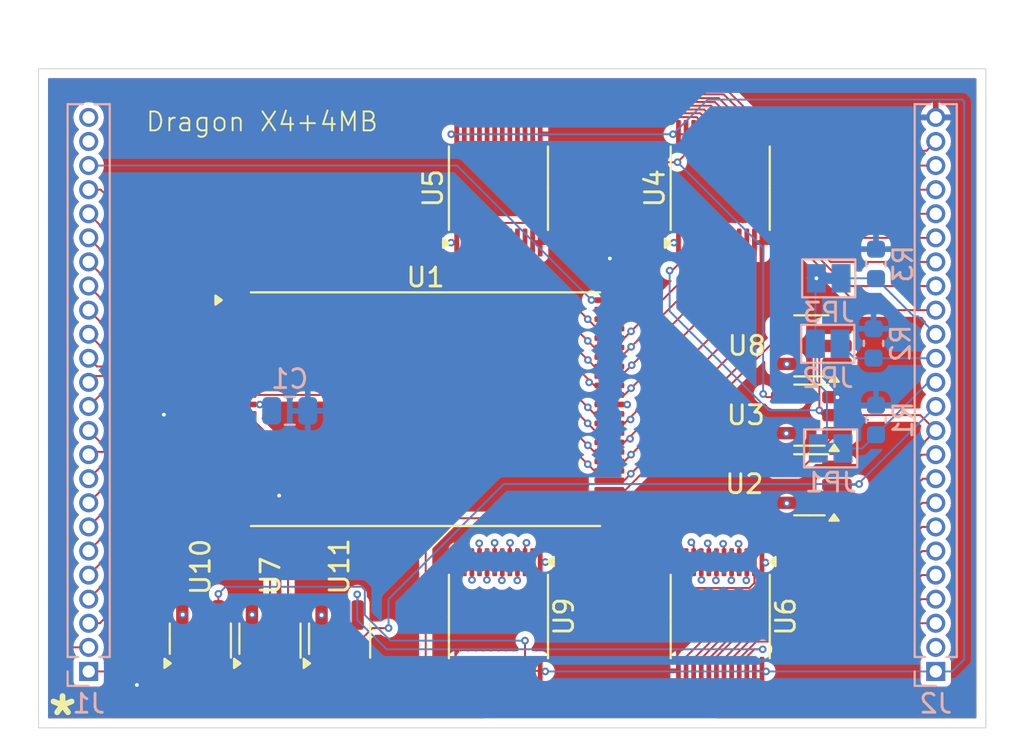
<source format=kicad_pcb>
(kicad_pcb (version 20240108) (generator "pcbnew") (generator_version "8.0")
  (layers (0 "F.Cu" signal) (1 "In1.Cu" signal) (2 "In2.Cu" signal) (31 "B.Cu" signal) (34 "B.Paste" user) (35 "F.Paste" user) (36 "B.SilkS" user "B.Silkscreen") (37 "F.SilkS" user "F.Silkscreen") (38 "B.Mask" user) (39 "F.Mask" user) (44 "Edge.Cuts" user))
  (net 0 "")
  (net 1 "+3V3")
  (net 2 "/SZ0")
  (net 3 "/SZ1")
  (net 4 "/SZ2")
  (net 5 "/Z11")
  (net 6 "/Z16")
  (net 7 "/DQ7")
  (net 8 "/DQ5")
  (net 9 "/Z9")
  (net 10 "/Z5")
  (net 11 "/Z7")
  (net 12 "/Z18")
  (net 13 "GND")
  (net 15 "/DQ12")
  (net 16 "/Z21")
  (net 17 "/DQ6")
  (net 18 "/Z6")
  (net 19 "/Z2")
  (net 20 "/DQ13")
  (net 21 "/W{slash}~{R}")
  (net 22 "/R{slash}~{W}")
  (net 23 "/Z3")
  (net 24 "/DQ3")
  (net 25 "/DQ14")
  (net 26 "/Z4")
  (net 27 "/DQ4")
  (net 28 "/Z12")
  (net 29 "/Z0")
  (net 30 "/Z8")
  (net 31 "/DQ8")
  (net 32 "/Z19")
  (net 33 "/DQ11")
  (net 34 "/Z13")
  (net 35 "/Z10")
  (net 36 "/Z17")
  (net 37 "/DQ1")
  (net 38 "/Z1")
  (net 39 "/DQ15")
  (net 40 "/DQ9")
  (net 41 "/Z15")
  (net 42 "/DQ2")
  (net 43 "/~{Z0}")
  (net 44 "/Z14")
  (net 45 "/DQ0")
  (net 46 "/Z20")
  (net 47 "/DQ10")
  (net 49 "/~{Dout}")
  (net 50 "/Dout")
  (net 51 "/~{Gout}")
  (net 52 "/D6")
  (net 53 "/D0")
  (net 54 "+5V")
  (net 55 "/D4")
  (net 56 "/D2")
  (net 57 "/D5")
  (net 58 "/D1")
  (net 59 "/D3")
  (net 60 "/D7")
  (net 61 "/~{OElow}")
  (net 64 "/~{OEhigh}")
  (net 65 "/Z23")
  (net 66 "/Z22")
  (net 67 "/DO3")
  (net 68 "/DO1")
  (net 69 "/DO6")
  (net 70 "/DO0")
  (net 71 "/DO2")
  (net 72 "/DO4")
  (net 73 "/DO7")
  (net 74 "/DO5")
  (footprint "Package_SO:TSSOP-24_4.4x5mm_P0.4mm" (layer "F.Cu") (at 150.5188 100.6094 -90)
    (property "Reference" "U9")
    (property "Value" "SN74LVC8T245")
  )
  (footprint "Package_TO_SOT_SMD:SOT-23-5_HandSoldering" (layer "F.Cu") (at 134.813 101.8756 90)
    (property "Reference" "U10")
    (property "Value" "74AHCT1G00")
  )
  (footprint "Package_TO_SOT_SMD:SOT-23-5_HandSoldering" (layer "F.Cu") (at 138.4808 101.8794 90)
    (property "Reference" "U7")
    (property "Value" "74AHC1G14")
  )
  (footprint "Package_TO_SOT_SMD:SOT-23-5_HandSoldering" (layer "F.Cu") (at 167.0012 93.664 180)
    (property "Reference" "U2")
    (property "Value" "74AHC1G14")
  )
  (footprint "Package_TO_SOT_SMD:SOT-23-5_HandSoldering" (layer "F.Cu") (at 167.005 89.9922 180)
    (property "Reference" "U3")
    (property "Value" "74AHCT1G00")
  )
  (footprint "Package_TO_SOT_SMD:SOT-23-5_HandSoldering" (layer "F.Cu") (at 142.1501 101.8794 90)
    (property "Reference" "U11")
    (property "Value" "74AHCT1G00")
  )
  (footprint "Package_SO:TSOP-I-48_18.4x12mm_P0.5mm" (layer "F.Cu") (at 146.6749 89.6778)
    (property "Reference" "U1")
    (property "Value" "RMLV3216A")
  )
  (footprint "Package_TO_SOT_SMD:SOT-23-5_HandSoldering" (layer "F.Cu") (at 167.005 86.3396 180)
    (property "Reference" "U8")
    (property "Value" "74AHC1G14")
  )
  (footprint "Package_SO:TSSOP-24_4.4x5mm_P0.4mm" (layer "F.Cu") (at 150.5188 78.0288 90)
    (property "Reference" "U5")
    (property "Value" "SN74LVC8T245")
  )
  (footprint "Package_SO:TSSOP-24_4.4x5mm_P0.4mm" (layer "F.Cu") (at 162.2028 100.6094 -90)
    (property "Reference" "U6")
    (property "Value" "SN74LVC8T245")
  )
  (footprint "Package_SO:TSSOP-24_4.4x5mm_P0.4mm" (layer "F.Cu") (at 162.2028 78.0288 90)
    (property "Reference" "U4")
    (property "Value" "SN74LVC8T245")
  )
  (footprint "Connector_PinHeader_1.27mm:PinHeader_1x24_P1.27mm_Vertical" (layer "B.Cu") (at 128.9304 103.505)
    (property "Reference" "J1")
    (property "Value" "Conn_01x24")
  )
  (footprint "Jumper:SolderJumper-2_P1.3mm_Open_Pad1.0x1.5mm" (layer "B.Cu") (at 167.8686 86.233)
    (property "Reference" "JP2")
    (property "Value" "SZ1")
  )
  (footprint "Capacitor_SMD:C_0603_1608Metric" (layer "B.Cu") (at 170.2816 86.2076 90)
    (property "Reference" "R2")
    (property "Value" "4K7")
  )
  (footprint "Capacitor_SMD:C_0805_2012Metric" (layer "B.Cu") (at 139.5222 89.7636 180)
    (property "Reference" "C1")
    (property "Value" "100uF")
  )
  (footprint "Jumper:SolderJumper-2_P1.3mm_Bridged_Pad1.0x1.5mm" (layer "B.Cu") (at 167.9194 82.7786)
    (property "Reference" "JP3")
    (property "Value" "SZ2")
  )
  (footprint "Connector_PinHeader_1.27mm:PinHeader_1x24_P1.27mm_Vertical" (layer "B.Cu") (at 173.5582 103.505)
    (property "Reference" "J2")
    (property "Value" "Conn_01x24")
  )
  (footprint "Capacitor_SMD:C_0603_1608Metric" (layer "B.Cu") (at 170.4086 82.0166 90)
    (property "Reference" "R3")
    (property "Value" "4K7")
  )
  (footprint "Jumper:SolderJumper-2_P1.3mm_Bridged_Pad1.0x1.5mm" (layer "B.Cu") (at 168.021 91.7448)
    (property "Reference" "JP1")
    (property "Value" "SZ0")
  )
  (footprint "Capacitor_SMD:C_0603_1608Metric" (layer "B.Cu") (at 170.4086 90.2462 90)
    (property "Reference" "R1")
    (property "Value" "4K7")
  )
  (gr_rect (start 126.2888 71.7296) (end 176.1998 106.4768) (stroke (width 0.05)) (fill none) (layer "Edge.Cuts"))
  (gr_text "*" (at 126.5936 107.061 0) (layer "F.SilkS") (effects (font (size 2 2) (thickness 0.3)) (justify left bottom)))
  (gr_text "Dragon X4+4MB" (at 131.8768 75.1078 0) (layer "F.SilkS") (effects (font (size 1 1) (thickness 0.1)) (justify left bottom)))
  (segment (start 137.9474 89.4334) (end 136.993 89.4334) (width 0.1) (layer "F.Cu") (net 1))
  (segment (start 136.993 89.4334) (end 136.9874 89.4278) (width 0.1) (layer "F.Cu") (net 1))
  (via (at 164.592 97.7646) (size 0.4) (drill 0.2) (layers "F.Cu" "B.Cu") (net 1))
  (via (at 137.9474 89.4334) (size 0.4) (drill 0.2) (layers "F.Cu" "B.Cu") (net 1))
  (via (at 141.1986 100.5332) (size 0.4) (drill 0.2) (layers "F.Cu" "B.Cu") (net 1))
  (via (at 165.7096 87.2998) (size 0.4) (drill 0.2) (layers "F.Cu" "B.Cu") (net 1))
  (via (at 157.3022 89.4334) (size 0.4) (drill 0.2) (layers "F.Cu" "B.Cu") (net 1))
  (via (at 165.6842 90.9574) (size 0.4) (drill 0.2) (layers "F.Cu" "B.Cu") (net 1))
  (via (at 133.8834 100.5078) (size 0.4) (drill 0.2) (layers "F.Cu" "B.Cu") (net 1))
  (via (at 165.7096 94.6404) (size 0.4) (drill 0.2) (layers "F.Cu" "B.Cu") (net 1))
  (via (at 167.2694 82.7786) (size 0.4) (drill 0.2) (layers "F.Cu" "B.Cu") (net 1))
  (via (at 159.766 80.899) (size 0.4) (drill 0.2) (layers "F.Cu" "B.Cu") (net 1))
  (via (at 152.9842 97.7392) (size 0.4) (drill 0.2) (layers "F.Cu" "B.Cu") (net 1))
  (via (at 148.0312 80.899) (size 0.4) (drill 0.2) (layers "F.Cu" "B.Cu") (net 1))
  (via (at 137.541 100.5078) (size 0.4) (drill 0.2) (layers "F.Cu" "B.Cu") (net 1))
  (segment (start 137.9474 89.4334) (end 138.242 89.4334) (width 0.1) (layer "B.Cu") (net 1))
  (segment (start 167.2694 82.9968) (end 167.2186 83.0476) (width 0.1) (layer "B.Cu") (net 1))
  (segment (start 167.2694 82.7786) (end 167.2694 82.9968) (width 0.1) (layer "B.Cu") (net 1))
  (segment (start 167.2186 88.1992) (end 167.825 88.8056) (width 0.1) (layer "B.Cu") (net 1))
  (segment (start 167.2186 83.0476) (end 167.2186 88.1992) (width 0.1) (layer "B.Cu") (net 1))
  (segment (start 167.825 88.8056) (end 167.825 91.2908) (width 0.1) (layer "B.Cu") (net 1))
  (segment (start 167.825 91.2908) (end 167.371 91.7448) (width 0.1) (layer "B.Cu") (net 1))
  (segment (start 138.242 89.4334) (end 138.5722 89.7636) (width 0.1) (layer "B.Cu") (net 1))
  (segment (start 173.1648 88.265) (end 173.5582 88.265) (width 0.1) (layer "B.Cu") (net 2))
  (segment (start 169.685 91.7448) (end 173.1648 88.265) (width 0.1) (layer "B.Cu") (net 2))
  (segment (start 168.671 91.7448) (end 169.685 91.7448) (width 0.1) (layer "B.Cu") (net 2))
  (segment (start 169.2806 86.995) (end 173.5582 86.995) (width 0.1) (layer "B.Cu") (net 3))
  (segment (start 168.5186 86.233) (end 169.2806 86.995) (width 0.1) (layer "B.Cu") (net 3))
  (segment (start 172.6184 84.7852) (end 173.5582 85.725) (width 0.1) (layer "B.Cu") (net 4))
  (segment (start 168.5694 82.7786) (end 170.3956 82.7786) (width 0.1) (layer "B.Cu") (net 4))
  (segment (start 170.3956 82.7786) (end 172.4022 84.7852) (width 0.1) (layer "B.Cu") (net 4))
  (segment (start 172.4022 84.7852) (end 172.6184 84.7852) (width 0.1) (layer "B.Cu") (net 4))
  (segment (start 130.0376 88.4278) (end 136.9874 88.4278) (width 0.1) (layer "F.Cu") (net 5))
  (segment (start 128.9304 89.535) (end 130.0376 88.4278) (width 0.1) (layer "F.Cu") (net 5))
  (segment (start 128.9304 83.185) (end 131.6732 85.9278) (width 0.1) (layer "F.Cu") (net 6))
  (segment (start 131.6732 85.9278) (end 136.9874 85.9278) (width 0.1) (layer "F.Cu") (net 6))
  (segment (start 163.6028 98.6776) (end 163.576 98.7044) (width 0.1) (layer "F.Cu") (net 7))
  (segment (start 160.8028 82.274899) (end 157.149899 85.9278) (width 0.1) (layer "F.Cu") (net 7))
  (segment (start 160.8028 80.8913) (end 160.8028 82.274899) (width 0.1) (layer "F.Cu") (net 7))
  (segment (start 163.6028 97.7469) (end 163.6028 98.6776) (width 0.1) (layer "F.Cu") (net 7))
  (segment (start 157.149899 85.9278) (end 156.3624 85.9278) (width 0.1) (layer "F.Cu") (net 7))
  (via (at 157.50525 85.57245) (size 0.4) (drill 0.2) (layers "F.Cu" "B.Cu") (net 7))
  (via (at 163.576 98.7044) (size 0.4) (drill 0.2) (layers "F.Cu" "B.Cu") (net 7))
  (segment (start 156.970178 87.9278) (end 156.3624 87.9278) (width 0.1) (layer "F.Cu") (net 8))
  (segment (start 162.8028 97.7469) (end 162.8028 98.6902) (width 0.1) (layer "F.Cu") (net 8))
  (segment (start 161.6028 80.8913) (end 161.6028 83.295178) (width 0.1) (layer "F.Cu") (net 8))
  (segment (start 162.8028 98.6902) (end 162.7886 98.7044) (width 0.1) (layer "F.Cu") (net 8))
  (segment (start 161.6028 83.295178) (end 156.970178 87.9278) (width 0.1) (layer "F.Cu") (net 8))
  (via (at 162.7886 98.7044) (size 0.4) (drill 0.2) (layers "F.Cu" "B.Cu") (net 8))
  (via (at 157.539089 87.358889) (size 0.4) (drill 0.2) (layers "F.Cu" "B.Cu") (net 8))
  (segment (start 128.9304 92.075) (end 129.0776 91.9278) (width 0.1) (layer "F.Cu") (net 9))
  (segment (start 129.0776 91.9278) (end 136.9874 91.9278) (width 0.1) (layer "F.Cu") (net 9))
  (segment (start 132.1576 93.9278) (end 136.9874 93.9278) (width 0.1) (layer "F.Cu") (net 10))
  (segment (start 128.9304 97.155) (end 132.1576 93.9278) (width 0.1) (layer "F.Cu") (net 10))
  (segment (start 130.6176 92.9278) (end 136.9874 92.9278) (width 0.1) (layer "F.Cu") (net 11))
  (segment (start 128.9304 94.615) (end 130.6176 92.9278) (width 0.1) (layer "F.Cu") (net 11))
  (segment (start 133.2132 84.9278) (end 136.9874 84.9278) (width 0.1) (layer "F.Cu") (net 12))
  (segment (start 128.9304 80.645) (end 133.2132 84.9278) (width 0.1) (layer "F.Cu") (net 12))
  (via (at 132.8928 89.9668) (size 0.4) (drill 0.2) (layers "F.Cu" "B.Cu") (net 13))
  (via (at 168.3766 89.0524) (size 0.4) (drill 0.2) (layers "F.Cu" "B.Cu") (net 13))
  (via (at 131.4704 104.2162) (size 0.4) (drill 0.2) (layers "F.Cu" "B.Cu") (net 13))
  (via (at 156.3878 81.7372) (size 0.4) (drill 0.2) (layers "F.Cu" "B.Cu") (net 13))
  (via (at 138.9634 94.234) (size 0.4) (drill 0.2) (layers "F.Cu" "B.Cu") (net 13))
  (segment (start 150.7188 80.8913) (end 150.7188 83.571699) (width 0.1) (layer "F.Cu") (net 15))
  (segment (start 155.574901 88.4278) (end 156.3624 88.4278) (width 0.1) (layer "F.Cu") (net 15))
  (segment (start 150.7188 83.571699) (end 155.574901 88.4278) (width 0.1) (layer "F.Cu") (net 15))
  (segment (start 150.3188 96.7248) (end 150.3172 96.7232) (width 0.1) (layer "F.Cu") (net 15))
  (segment (start 150.3188 97.7469) (end 150.3188 96.7248) (width 0.1) (layer "F.Cu") (net 15))
  (via (at 150.3172 96.7232) (size 0.4) (drill 0.2) (layers "F.Cu" "B.Cu") (net 15))
  (via (at 155.2956 88.265) (size 0.4) (drill 0.2) (layers "F.Cu" "B.Cu") (net 15))
  (segment (start 156.3562 83.9216) (end 156.3624 83.9278) (width 0.1) (layer "F.Cu") (net 16))
  (segment (start 155.4226 83.9216) (end 156.3562 83.9216) (width 0.1) (layer "F.Cu") (net 16))
  (via (at 155.4226 83.9216) (size 0.4) (drill 0.2) (layers "F.Cu" "B.Cu") (net 16))
  (segment (start 148.336 76.835) (end 155.4226 83.9216) (width 0.1) (layer "B.Cu") (net 16))
  (segment (start 128.9304 76.835) (end 148.336 76.835) (width 0.1) (layer "B.Cu") (net 16))
  (segment (start 163.1696 96.774) (end 163.2028 96.8072) (width 0.1) (layer "F.Cu") (net 17))
  (segment (start 163.2028 96.8072) (end 163.2028 97.7469) (width 0.1) (layer "F.Cu") (net 17))
  (segment (start 156.970178 86.9278) (end 156.3624 86.9278) (width 0.1) (layer "F.Cu") (net 17))
  (segment (start 161.2028 82.695178) (end 156.970178 86.9278) (width 0.1) (layer "F.Cu") (net 17))
  (segment (start 161.2028 80.8913) (end 161.2028 82.695178) (width 0.1) (layer "F.Cu") (net 17))
  (via (at 157.508989 86.388989) (size 0.4) (drill 0.2) (layers "F.Cu" "B.Cu") (net 17))
  (via (at 163.1696 96.774) (size 0.4) (drill 0.2) (layers "F.Cu" "B.Cu") (net 17))
  (segment (start 128.9304 95.885) (end 131.3876 93.4278) (width 0.1) (layer "F.Cu") (net 18))
  (segment (start 131.3876 93.4278) (end 136.9874 93.4278) (width 0.1) (layer "F.Cu") (net 18))
  (segment (start 129.5146 100.965) (end 135.0518 95.4278) (width 0.1) (layer "F.Cu") (net 19))
  (segment (start 135.0518 95.4278) (end 136.9874 95.4278) (width 0.1) (layer "F.Cu") (net 19))
  (segment (start 128.9304 100.965) (end 129.5146 100.965) (width 0.1) (layer "F.Cu") (net 19))
  (segment (start 151.1188 80.8913) (end 151.1188 82.971699) (width 0.1) (layer "F.Cu") (net 20))
  (segment (start 151.1188 82.971699) (end 155.574901 87.4278) (width 0.1) (layer "F.Cu") (net 20))
  (segment (start 149.9188 98.671) (end 149.9108 98.679) (width 0.1) (layer "F.Cu") (net 20))
  (segment (start 149.9188 97.7469) (end 149.9188 98.671) (width 0.1) (layer "F.Cu") (net 20))
  (segment (start 155.574901 87.4278) (end 156.3624 87.4278) (width 0.1) (layer "F.Cu") (net 20))
  (via (at 155.231551 87.084449) (size 0.4) (drill 0.2) (layers "F.Cu" "B.Cu") (net 20))
  (via (at 149.9108 98.679) (size 0.4) (drill 0.2) (layers "F.Cu" "B.Cu") (net 20))
  (segment (start 157.215586 93.9278) (end 165.655 85.488386) (width 0.1) (layer "F.Cu") (net 21))
  (segment (start 165.655 85.488386) (end 165.655 85.3896) (width 0.1) (layer "F.Cu") (net 21))
  (segment (start 156.3624 93.9278) (end 157.215586 93.9278) (width 0.1) (layer "F.Cu") (net 21))
  (segment (start 160.106599 79.8576) (end 149.112746 79.8576) (width 0.1) (layer "F.Cu") (net 22))
  (segment (start 167.425 86.489601) (end 167.425 89.7382) (width 0.1) (layer "F.Cu") (net 22))
  (segment (start 160.4028 80.153801) (end 160.106599 79.8576) (width 0.1) (layer "F.Cu") (net 22))
  (segment (start 148.7188 81.628799) (end 141.419799 88.9278) (width 0.1) (layer "F.Cu") (net 22))
  (segment (start 148.7188 80.8913) (end 148.7188 81.628799) (width 0.1) (layer "F.Cu") (net 22))
  (segment (start 141.419799 88.9278) (end 136.9874 88.9278) (width 0.1) (layer "F.Cu") (net 22))
  (segment (start 159.659399 82.3722) (end 159.5374 82.3722) (width 0.1) (layer "F.Cu") (net 22))
  (segment (start 172.7454 89.9922) (end 173.5582 90.805) (width 0.1) (layer "F.Cu") (net 22))
  (segment (start 148.7188 80.251546) (end 148.7188 80.8913) (width 0.1) (layer "F.Cu") (net 22))
  (segment (start 160.4028 81.628799) (end 159.659399 82.3722) (width 0.1) (layer "F.Cu") (net 22))
  (segment (start 164.0028 98.843286) (end 163.741686 99.1044) (width 0.1) (layer "F.Cu") (net 22))
  (segment (start 163.741686 99.1044) (end 152.8762 99.1044) (width 0.1) (layer "F.Cu") (net 22))
  (segment (start 164.0028 97.7469) (end 164.0028 96.8552) (width 0.1) (layer "F.Cu") (net 22))
  (segment (start 167.425 89.7382) (end 167.425 89.8026) (width 0.1) (layer "F.Cu") (net 22))
  (segment (start 164.0028 97.7469) (end 164.0028 98.843286) (width 0.1) (layer "F.Cu") (net 22))
  (segment (start 167.575001 86.3396) (end 167.425 86.489601) (width 0.1) (layer "F.Cu") (net 22))
  (segment (start 167.425 89.8026) (end 167.6146 89.9922) (width 0.1) (layer "F.Cu") (net 22))
  (segment (start 160.4028 80.8913) (end 160.4028 80.153801) (width 0.1) (layer "F.Cu") (net 22))
  (segment (start 167.7924 96.5708) (end 173.5582 90.805) (width 0.1) (layer "F.Cu") (net 22))
  (segment (start 168.355 86.3396) (end 167.575001 86.3396) (width 0.1) (layer "F.Cu") (net 22))
  (segment (start 167.6146 89.9922) (end 168.355 89.9922) (width 0.1) (layer "F.Cu") (net 22))
  (segment (start 164.2872 96.5708) (end 167.7924 96.5708) (width 0.1) (layer "F.Cu") (net 22))
  (segment (start 149.112746 79.8576) (end 148.7188 80.251546) (width 0.1) (layer "F.Cu") (net 22))
  (segment (start 164.0028 96.8552) (end 164.2872 96.5708) (width 0.1) (layer "F.Cu") (net 22))
  (segment (start 152.3188 98.547) (end 152.3188 97.7469) (width 0.1) (layer "F.Cu") (net 22))
  (segment (start 168.355 89.9922) (end 172.7454 89.9922) (width 0.1) (layer "F.Cu") (net 22))
  (segment (start 152.8762 99.1044) (end 152.3188 98.547) (width 0.1) (layer "F.Cu") (net 22))
  (segment (start 160.4028 80.8913) (end 160.4028 81.628799) (width 0.1) (layer "F.Cu") (net 22))
  (via (at 167.425 89.7382) (size 0.4) (drill 0.2) (layers "F.Cu" "B.Cu") (net 22))
  (via (at 159.5374 82.3722) (size 0.4) (drill 0.2) (layers "F.Cu" "B.Cu") (net 22))
  (segment (start 159.5374 82.3722) (end 159.5374 84.512686) (width 0.1) (layer "B.Cu") (net 22))
  (segment (start 159.5374 84.512686) (end 164.762914 89.7382) (width 0.1) (layer "B.Cu") (net 22))
  (segment (start 164.762914 89.7382) (end 167.425 89.7382) (width 0.1) (layer "B.Cu") (net 22))
  (segment (start 133.6976 94.9278) (end 136.9874 94.9278) (width 0.1) (layer "F.Cu") (net 23))
  (segment (start 128.9304 99.695) (end 133.6976 94.9278) (width 0.1) (layer "F.Cu") (net 23))
  (segment (start 162.0028 98.6774) (end 161.9758 98.7044) (width 0.1) (layer "F.Cu") (net 24))
  (segment (start 162.4028 85.174899) (end 157.149899 90.4278) (width 0.1) (layer "F.Cu") (net 24))
  (segment (start 162.4028 80.8913) (end 162.4028 85.174899) (width 0.1) (layer "F.Cu") (net 24))
  (segment (start 162.0028 97.7469) (end 162.0028 98.6774) (width 0.1) (layer "F.Cu") (net 24))
  (segment (start 157.149899 90.4278) (end 156.3624 90.4278) (width 0.1) (layer "F.Cu") (net 24))
  (via (at 161.9758 98.7044) (size 0.4) (drill 0.2) (layers "F.Cu" "B.Cu") (net 24))
  (via (at 157.48 90.2208) (size 0.4) (drill 0.2) (layers "F.Cu" "B.Cu") (net 24))
  (segment (start 149.5044 96.7486) (end 149.5188 96.763) (width 0.1) (layer "F.Cu") (net 25))
  (segment (start 149.5188 96.763) (end 149.5188 97.7469) (width 0.1) (layer "F.Cu") (net 25))
  (segment (start 155.574901 86.4278) (end 156.3624 86.4278) (width 0.1) (layer "F.Cu") (net 25))
  (segment (start 151.5188 80.8913) (end 151.5188 82.371699) (width 0.1) (layer "F.Cu") (net 25))
  (segment (start 151.5188 82.371699) (end 155.574901 86.4278) (width 0.1) (layer "F.Cu") (net 25))
  (via (at 155.22355 86.07645) (size 0.4) (drill 0.2) (layers "F.Cu" "B.Cu") (net 25))
  (via (at 149.5044 96.7486) (size 0.4) (drill 0.2) (layers "F.Cu" "B.Cu") (net 25))
  (segment (start 128.9304 98.425) (end 132.9276 94.4278) (width 0.1) (layer "F.Cu") (net 26))
  (segment (start 132.9276 94.4278) (end 136.9874 94.4278) (width 0.1) (layer "F.Cu") (net 26))
  (segment (start 162.0028 84.074899) (end 157.149899 88.9278) (width 0.1) (layer "F.Cu") (net 27))
  (segment (start 162.3568 96.774) (end 162.4028 96.82) (width 0.1) (layer "F.Cu") (net 27))
  (segment (start 162.4028 96.82) (end 162.4028 97.7469) (width 0.1) (layer "F.Cu") (net 27))
  (segment (start 157.149899 88.9278) (end 156.3624 88.9278) (width 0.1) (layer "F.Cu") (net 27))
  (segment (start 162.0028 80.8913) (end 162.0028 84.074899) (width 0.1) (layer "F.Cu") (net 27))
  (via (at 162.3568 96.774) (size 0.4) (drill 0.2) (layers "F.Cu" "B.Cu") (net 27))
  (via (at 157.50665 88.57105) (size 0.4) (drill 0.2) (layers "F.Cu" "B.Cu") (net 27))
  (segment (start 129.2676 87.9278) (end 136.9874 87.9278) (width 0.1) (layer "F.Cu") (net 28))
  (segment (start 128.9304 88.265) (end 129.2676 87.9278) (width 0.1) (layer "F.Cu") (net 28))
  (segment (start 137.774899 90.9278) (end 136.9874 90.9278) (width 0.1) (layer "F.Cu") (net 29))
  (segment (start 133.863 103.2256) (end 133.863 104.1196) (width 0.1) (layer "F.Cu") (net 29))
  (segment (start 138.049 104.5718) (end 138.4808 104.14) (width 0.1) (layer "F.Cu") (net 29))
  (segment (start 138.4808 103.2294) (end 138.4808 91.633701) (width 0.1) (layer "F.Cu") (net 29))
  (segment (start 133.863 104.1196) (end 134.3152 104.5718) (width 0.1) (layer "F.Cu") (net 29))
  (segment (start 133.5836 103.505) (end 133.863 103.2256) (width 0.1) (layer "F.Cu") (net 29))
  (segment (start 134.3152 104.5718) (end 138.049 104.5718) (width 0.1) (layer "F.Cu") (net 29))
  (segment (start 138.4808 91.633701) (end 137.774899 90.9278) (width 0.1) (layer "F.Cu") (net 29))
  (segment (start 128.9304 103.505) (end 133.5836 103.505) (width 0.1) (layer "F.Cu") (net 29))
  (segment (start 138.4808 104.14) (end 138.4808 103.2294) (width 0.1) (layer "F.Cu") (net 29))
  (segment (start 129.8476 92.4278) (end 136.9874 92.4278) (width 0.1) (layer "F.Cu") (net 30))
  (segment (start 128.9304 93.345) (end 129.8476 92.4278) (width 0.1) (layer "F.Cu") (net 30))
  (segment (start 155.574901 92.9278) (end 156.3624 92.9278) (width 0.1) (layer "F.Cu") (net 31))
  (segment (start 151.9188 96.798) (end 151.9936 96.7232) (width 0.1) (layer "F.Cu") (net 31))
  (segment (start 149.1188 80.8913) (end 149.1188 86.471699) (width 0.1) (layer "F.Cu") (net 31))
  (segment (start 149.1188 86.471699) (end 155.574901 92.9278) (width 0.1) (layer "F.Cu") (net 31))
  (segment (start 151.9188 97.7469) (end 151.9188 96.798) (width 0.1) (layer "F.Cu") (net 31))
  (via (at 151.9936 96.7232) (size 0.4) (drill 0.2) (layers "F.Cu" "B.Cu") (net 31))
  (via (at 155.224751 92.577649) (size 0.4) (drill 0.2) (layers "F.Cu" "B.Cu") (net 31))
  (segment (start 128.9304 79.375) (end 133.9832 84.4278) (width 0.1) (layer "F.Cu") (net 32))
  (segment (start 133.9832 84.4278) (end 136.9874 84.4278) (width 0.1) (layer "F.Cu") (net 32))
  (segment (start 150.3188 80.8913) (end 150.3188 84.671699) (width 0.1) (layer "F.Cu") (net 33))
  (segment (start 155.574901 89.9278) (end 156.3624 89.9278) (width 0.1) (layer "F.Cu") (net 33))
  (segment (start 150.7188 97.7469) (end 150.7188 98.6838) (width 0.1) (layer "F.Cu") (net 33))
  (segment (start 150.7188 98.6838) (end 150.6982 98.7044) (width 0.1) (layer "F.Cu") (net 33))
  (segment (start 150.3188 84.671699) (end 155.574901 89.9278) (width 0.1) (layer "F.Cu") (net 33))
  (via (at 150.6982 98.7044) (size 0.4) (drill 0.2) (layers "F.Cu" "B.Cu") (net 33))
  (via (at 155.226151 89.579049) (size 0.4) (drill 0.2) (layers "F.Cu" "B.Cu") (net 33))
  (segment (start 129.3632 87.4278) (end 136.9874 87.4278) (width 0.1) (layer "F.Cu") (net 34))
  (segment (start 128.9304 86.995) (end 129.3632 87.4278) (width 0.1) (layer "F.Cu") (net 34))
  (segment (start 129.5532 91.4278) (end 136.9874 91.4278) (width 0.1) (layer "F.Cu") (net 35))
  (segment (start 128.9304 90.805) (end 129.5532 91.4278) (width 0.1) (layer "F.Cu") (net 35))
  (segment (start 128.9304 81.915) (end 132.4432 85.4278) (width 0.1) (layer "F.Cu") (net 36))
  (segment (start 132.4432 85.4278) (end 136.9874 85.4278) (width 0.1) (layer "F.Cu") (net 36))
  (segment (start 157.149899 92.4278) (end 156.3624 92.4278) (width 0.1) (layer "F.Cu") (net 37))
  (segment (start 161.2028 97.7469) (end 161.2028 98.668) (width 0.1) (layer "F.Cu") (net 37))
  (segment (start 163.2028 86.374899) (end 157.149899 92.4278) (width 0.1) (layer "F.Cu") (net 37))
  (segment (start 161.2028 98.668) (end 161.2138 98.679) (width 0.1) (layer "F.Cu") (net 37))
  (segment (start 163.2028 80.8913) (end 163.2028 86.374899) (width 0.1) (layer "F.Cu") (net 37))
  (via (at 157.504049 92.073649) (size 0.4) (drill 0.2) (layers "F.Cu" "B.Cu") (net 37))
  (via (at 161.2138 98.679) (size 0.4) (drill 0.2) (layers "F.Cu" "B.Cu") (net 37))
  (segment (start 146.685 96.8756) (end 148.1328 95.4278) (width 0.1) (layer "F.Cu") (net 38))
  (segment (start 127.5842 102.616) (end 127.5842 104.6734) (width 0.1) (layer "F.Cu") (net 38))
  (segment (start 145.7198 104.9528) (end 146.685 103.9876) (width 0.1) (layer "F.Cu") (net 38))
  (segment (start 127.9652 102.235) (end 127.5842 102.616) (width 0.1) (layer "F.Cu") (net 38))
  (segment (start 127.5842 104.6734) (end 127.8636 104.9528) (width 0.1) (layer "F.Cu") (net 38))
  (segment (start 127.8636 104.9528) (end 145.7198 104.9528) (width 0.1) (layer "F.Cu") (net 38))
  (segment (start 128.9304 102.235) (end 127.9652 102.235) (width 0.1) (layer "F.Cu") (net 38))
  (segment (start 148.1328 95.4278) (end 156.3624 95.4278) (width 0.1) (layer "F.Cu") (net 38))
  (segment (start 146.685 103.9876) (end 146.685 96.8756) (width 0.1) (layer "F.Cu") (net 38))
  (segment (start 149.1188 97.7469) (end 149.1188 98.6744) (width 0.1) (layer "F.Cu") (net 39))
  (segment (start 155.717801 85.4278) (end 156.3624 85.4278) (width 0.1) (layer "F.Cu") (net 39))
  (segment (start 149.1188 98.6744) (end 149.1234 98.679) (width 0.1) (layer "F.Cu") (net 39))
  (segment (start 151.9188 80.8913) (end 151.9188 81.628799) (width 0.1) (layer "F.Cu") (net 39))
  (segment (start 151.9188 81.628799) (end 155.717801 85.4278) (width 0.1) (layer "F.Cu") (net 39))
  (via (at 149.1234 98.679) (size 0.4) (drill 0.2) (layers "F.Cu" "B.Cu") (net 39))
  (via (at 155.223501 84.933499) (size 0.4) (drill 0.2) (layers "F.Cu" "B.Cu") (net 39))
  (segment (start 151.5188 98.6966) (end 151.511 98.7044) (width 0.1) (layer "F.Cu") (net 40))
  (segment (start 149.5188 80.8913) (end 149.5188 85.871699) (width 0.1) (layer "F.Cu") (net 40))
  (segment (start 149.5188 85.871699) (end 155.574901 91.9278) (width 0.1) (layer "F.Cu") (net 40))
  (segment (start 151.5188 97.7469) (end 151.5188 98.6966) (width 0.1) (layer "F.Cu") (net 40))
  (segment (start 155.574901 91.9278) (end 156.3624 91.9278) (width 0.1) (layer "F.Cu") (net 40))
  (via (at 151.511 98.7044) (size 0.4) (drill 0.2) (layers "F.Cu" "B.Cu") (net 40))
  (via (at 155.22945 91.58235) (size 0.4) (drill 0.2) (layers "F.Cu" "B.Cu") (net 40))
  (segment (start 128.9304 84.455) (end 130.9032 86.4278) (width 0.1) (layer "F.Cu") (net 41))
  (segment (start 130.9032 86.4278) (end 136.9874 86.4278) (width 0.1) (layer "F.Cu") (net 41))
  (segment (start 157.149899 91.4278) (end 156.3624 91.4278) (width 0.1) (layer "F.Cu") (net 42))
  (segment (start 162.8028 85.774899) (end 157.149899 91.4278) (width 0.1) (layer "F.Cu") (net 42))
  (segment (start 161.6028 97.7469) (end 161.6028 96.8074) (width 0.1) (layer "F.Cu") (net 42))
  (segment (start 162.8028 80.8913) (end 162.8028 85.774899) (width 0.1) (layer "F.Cu") (net 42))
  (segment (start 161.6028 96.8074) (end 161.544 96.7486) (width 0.1) (layer "F.Cu") (net 42))
  (via (at 157.4546 91.2368) (size 0.4) (drill 0.2) (layers "F.Cu" "B.Cu") (net 42))
  (via (at 161.544 96.7486) (size 0.4) (drill 0.2) (layers "F.Cu" "B.Cu") (net 42))
  (segment (start 141.2001 102.2987) (end 139.4308 100.5294) (width 0.1) (layer "F.Cu") (net 43))
  (segment (start 139.4308 100.5294) (end 139.4308 92.083701) (width 0.1) (layer "F.Cu") (net 43))
  (segment (start 137.774899 90.4278) (end 136.9874 90.4278) (width 0.1) (layer "F.Cu") (net 43))
  (segment (start 141.2001 103.2294) (end 141.2001 102.2987) (width 0.1) (layer "F.Cu") (net 43))
  (segment (start 139.4308 92.083701) (end 137.774899 90.4278) (width 0.1) (layer "F.Cu") (net 43))
  (segment (start 128.9304 85.725) (end 130.1332 86.9278) (width 0.1) (layer "F.Cu") (net 44))
  (segment (start 130.1332 86.9278) (end 136.9874 86.9278) (width 0.1) (layer "F.Cu") (net 44))
  (segment (start 157.149899 93.4278) (end 156.3624 93.4278) (width 0.1) (layer "F.Cu") (net 45))
  (segment (start 163.6028 80.8913) (end 163.6028 86.974899) (width 0.1) (layer "F.Cu") (net 45))
  (segment (start 160.8028 96.8202) (end 160.6804 96.6978) (width 0.1) (layer "F.Cu") (net 45))
  (segment (start 163.6028 86.974899) (end 157.149899 93.4278) (width 0.1) (layer "F.Cu") (net 45))
  (segment (start 160.8028 97.7469) (end 160.8028 96.8202) (width 0.1) (layer "F.Cu") (net 45))
  (via (at 157.49605 93.08165) (size 0.4) (drill 0.2) (layers "F.Cu" "B.Cu") (net 45))
  (via (at 160.6804 96.6978) (size 0.4) (drill 0.2) (layers "F.Cu" "B.Cu") (net 45))
  (segment (start 135.3882 83.9278) (end 136.9874 83.9278) (width 0.1) (layer "F.Cu") (net 46))
  (segment (start 129.5654 78.105) (end 135.3882 83.9278) (width 0.1) (layer "F.Cu") (net 46))
  (segment (start 128.9304 78.105) (end 129.5654 78.105) (width 0.1) (layer "F.Cu") (net 46))
  (segment (start 149.9188 85.1234) (end 155.7232 90.9278) (width 0.1) (layer "F.Cu") (net 47))
  (segment (start 155.7232 90.9278) (end 156.3624 90.9278) (width 0.1) (layer "F.Cu") (net 47))
  (segment (start 149.9188 80.8913) (end 149.9188 85.1234) (width 0.1) (layer "F.Cu") (net 47))
  (segment (start 151.1188 96.7344) (end 151.13 96.7232) (width 0.1) (layer "F.Cu") (net 47))
  (segment (start 151.1188 97.7469) (end 151.1188 96.7344) (width 0.1) (layer "F.Cu") (net 47))
  (via (at 155.2194 90.424) (size 0.4) (drill 0.2) (layers "F.Cu" "B.Cu") (net 47))
  (via (at 151.13 96.7232) (size 0.4) (drill 0.2) (layers "F.Cu" "B.Cu") (net 47))
  (segment (start 166.5832 92.714) (end 168.355 90.9422) (width 0.1) (layer "F.Cu") (net 49))
  (segment (start 165.6512 92.714) (end 166.5832 92.714) (width 0.1) (layer "F.Cu") (net 49))
  (segment (start 143.884056 101.219) (end 142.1501 102.952956) (width 0.1) (layer "F.Cu") (net 50))
  (segment (start 169.48 93.664) (end 168.3512 93.664) (width 0.1) (layer "F.Cu") (net 50))
  (segment (start 142.1501 102.952956) (end 142.1501 103.2294) (width 0.1) (layer "F.Cu") (net 50))
  (segment (start 144.7292 101.219) (end 143.884056 101.219) (width 0.1) (layer "F.Cu") (net 50))
  (segment (start 169.5196 93.6244) (end 169.48 93.664) (width 0.1) (layer "F.Cu") (net 50))
  (via (at 169.5196 93.6244) (size 0.4) (drill 0.2) (layers "F.Cu" "B.Cu") (net 50))
  (via (at 144.7292 101.219) (size 0.4) (drill 0.2) (layers "F.Cu" "B.Cu") (net 50))
  (segment (start 144.7292 101.219) (end 144.7292 99.695) (width 0.1) (layer "B.Cu") (net 50))
  (segment (start 144.7292 99.695) (end 150.7998 93.6244) (width 0.1) (layer "B.Cu") (net 50))
  (segment (start 173.5582 89.535) (end 169.5196 93.5736) (width 0.1) (layer "B.Cu") (net 50))
  (segment (start 169.5196 93.5736) (end 169.5196 93.6244) (width 0.1) (layer "B.Cu") (net 50))
  (segment (start 150.7998 93.6244) (end 169.5196 93.6244) (width 0.1) (layer "B.Cu") (net 50))
  (segment (start 149.872201 76.6572) (end 159.951654 76.6572) (width 0.1) (layer "F.Cu") (net 51))
  (segment (start 160.8028 75.806054) (end 160.8028 75.1663) (width 0.1) (layer "F.Cu") (net 51))
  (segment (start 165.655 89.0422) (end 164.6326 89.0422) (width 0.1) (layer "F.Cu") (net 51))
  (segment (start 164.6326 89.0422) (end 164.465 88.8746) (width 0.1) (layer "F.Cu") (net 51))
  (segment (start 149.1188 75.1663) (end 149.1188 75.903799) (width 0.1) (layer "F.Cu") (net 51))
  (segment (start 149.1188 75.903799) (end 149.872201 76.6572) (width 0.1) (layer "F.Cu") (net 51))
  (segment (start 159.951654 76.6572) (end 160.8028 75.806054) (width 0.1) (layer "F.Cu") (net 51))
  (via (at 164.465 88.8746) (size 0.4) (drill 0.2) (layers "F.Cu" "B.Cu") (net 51))
  (via (at 159.951654 76.6572) (size 0.4) (drill 0.2) (layers "F.Cu" "B.Cu") (net 51))
  (segment (start 164.465 81.170546) (end 159.951654 76.6572) (width 0.1) (layer "B.Cu") (net 51))
  (segment (start 164.465 88.8746) (end 164.465 81.170546) (width 0.1) (layer "B.Cu") (net 51))
  (segment (start 149.1188 103.4719) (end 149.1188 104.209399) (width 0.1) (layer "F.Cu") (net 52))
  (segment (start 162.8028 103.4719) (end 162.8028 102.832146) (width 0.1) (layer "F.Cu") (net 52))
  (segment (start 162.8028 104.1512) (end 162.8028 103.4719) (width 0.1) (layer "F.Cu") (net 52))
  (segment (start 172.7962 99.695) (end 173.5582 99.695) (width 0.1) (layer "F.Cu") (net 52))
  (segment (start 161.3946 105.5594) (end 162.8028 104.1512) (width 0.1) (layer "F.Cu") (net 52))
  (segment (start 149.1188 104.209399) (end 150.468801 105.5594) (width 0.1) (layer "F.Cu") (net 52))
  (segment (start 162.8028 102.832146) (end 163.904746 101.7302) (width 0.1) (layer "F.Cu") (net 52))
  (segment (start 150.468801 105.5594) (end 161.3946 105.5594) (width 0.1) (layer "F.Cu") (net 52))
  (segment (start 170.761 101.7302) (end 172.7962 99.695) (width 0.1) (layer "F.Cu") (net 52))
  (segment (start 163.904746 101.7302) (end 170.761 101.7302) (width 0.1) (layer "F.Cu") (net 52))
  (segment (start 172.8216 92.075) (end 164.3824 100.5142) (width 0.1) (layer "F.Cu") (net 53))
  (segment (start 151.5188 103.4719) (end 151.5188 104.209399) (width 0.1) (layer "F.Cu") (net 53))
  (segment (start 151.668801 104.3594) (end 160.2324 104.3594) (width 0.1) (layer "F.Cu") (net 53))
  (segment (start 162.623001 100.5142) (end 160.4028 102.734401) (width 0.1) (layer "F.Cu") (net 53))
  (segment (start 173.5582 92.075) (end 172.8216 92.075) (width 0.1) (layer "F.Cu") (net 53))
  (segment (start 160.4028 102.734401) (end 160.4028 103.4719) (width 0.1) (layer "F.Cu") (net 53))
  (segment (start 160.4028 104.189) (end 160.4028 103.4719) (width 0.1) (layer "F.Cu") (net 53))
  (segment (start 164.3824 100.5142) (end 162.623001 100.5142) (width 0.1) (layer "F.Cu") (net 53))
  (segment (start 151.5188 104.209399) (end 151.668801 104.3594) (width 0.1) (layer "F.Cu") (net 53))
  (segment (start 160.2324 104.3594) (end 160.4028 104.189) (width 0.1) (layer "F.Cu") (net 53))
  (segment (start 160.3851 75.184) (end 160.4028 75.1663) (width 0.1) (layer "F.Cu") (net 54))
  (segment (start 164.5843 103.4719) (end 164.6174 103.505) (width 0.1) (layer "F.Cu") (net 54))
  (segment (start 152.9511 103.4719) (end 152.9842 103.505) (width 0.1) (layer "F.Cu") (net 54))
  (segment (start 148.7011 75.184) (end 148.7188 75.1663) (width 0.1) (layer "F.Cu") (net 54))
  (segment (start 148.0312 75.184) (end 148.7011 75.184) (width 0.1) (layer "F.Cu") (net 54))
  (segment (start 164.0028 103.4719) (end 164.5843 103.4719) (width 0.1) (layer "F.Cu") (net 54))
  (segment (start 152.3188 103.4719) (end 152.9511 103.4719) (width 0.1) (layer "F.Cu") (net 54))
  (segment (start 159.7152 75.184) (end 160.3851 75.184) (width 0.1) (layer "F.Cu") (net 54))
  (via (at 148.0312 75.184) (size 0.4) (drill 0.2) (layers "F.Cu" "B.Cu") (net 54))
  (via (at 159.7152 75.184) (size 0.4) (drill 0.2) (layers "F.Cu" "B.Cu") (net 54))
  (via (at 164.6174 103.505) (size 0.4) (drill 0.2) (layers "F.Cu" "B.Cu") (net 54))
  (via (at 152.9842 103.505) (size 0.4) (drill 0.2) (layers "F.Cu" "B.Cu") (net 54))
  (segment (start 174.4218 103.505) (end 175.0568 102.87) (width 0.1) (layer "B.Cu") (net 54))
  (segment (start 173.5582 103.505) (end 164.6174 103.505) (width 0.1) (layer "B.Cu") (net 54))
  (segment (start 175.0568 73.4568) (end 174.9552 73.3552) (width 0.1) (layer "B.Cu") (net 54))
  (segment (start 161.544 73.3552) (end 159.7152 75.184) (width 0.1) (layer "B.Cu") (net 54))
  (segment (start 173.5582 103.505) (end 174.4218 103.505) (width 0.1) (layer "B.Cu") (net 54))
  (segment (start 159.7152 75.184) (end 148.0312 75.184) (width 0.1) (layer "B.Cu") (net 54))
  (segment (start 175.0568 102.87) (end 175.0568 73.4568) (width 0.1) (layer "B.Cu") (net 54))
  (segment (start 164.6174 103.505) (end 152.9842 103.505) (width 0.1) (layer "B.Cu") (net 54))
  (segment (start 174.9552 73.3552) (end 161.544 73.3552) (width 0.1) (layer "B.Cu") (net 54))
  (segment (start 162.0028 102.734401) (end 163.407001 101.3302) (width 0.1) (layer "F.Cu") (net 55))
  (segment (start 162.0028 104.2654) (end 162.0028 103.4719) (width 0.1) (layer "F.Cu") (net 55))
  (segment (start 149.9188 104.209399) (end 150.868801 105.1594) (width 0.1) (layer "F.Cu") (net 55))
  (segment (start 162.0028 103.4719) (end 162.0028 102.734401) (width 0.1) (layer "F.Cu") (net 55))
  (segment (start 168.6718 101.3302) (end 172.847 97.155) (width 0.1) (layer "F.Cu") (net 55))
  (segment (start 150.868801 105.1594) (end 161.1088 105.1594) (width 0.1) (layer "F.Cu") (net 55))
  (segment (start 161.1088 105.1594) (end 162.0028 104.2654) (width 0.1) (layer "F.Cu") (net 55))
  (segment (start 172.847 97.155) (end 173.5582 97.155) (width 0.1) (layer "F.Cu") (net 55))
  (segment (start 149.9188 103.4719) (end 149.9188 104.209399) (width 0.1) (layer "F.Cu") (net 55))
  (segment (start 163.407001 101.3302) (end 168.6718 101.3302) (width 0.1) (layer "F.Cu") (net 55))
  (segment (start 161.2028 102.8212) (end 161.2028 103.4719) (width 0.1) (layer "F.Cu") (net 56))
  (segment (start 150.7188 104.209399) (end 151.268801 104.7594) (width 0.1) (layer "F.Cu") (net 56))
  (segment (start 151.268801 104.7594) (end 160.569 104.7594) (width 0.1) (layer "F.Cu") (net 56))
  (segment (start 163.1098 100.9142) (end 161.2028 102.8212) (width 0.1) (layer "F.Cu") (net 56))
  (segment (start 166.5478 100.9142) (end 163.1098 100.9142) (width 0.1) (layer "F.Cu") (net 56))
  (segment (start 172.847 94.615) (end 166.5478 100.9142) (width 0.1) (layer "F.Cu") (net 56))
  (segment (start 150.7188 103.4719) (end 150.7188 104.209399) (width 0.1) (layer "F.Cu") (net 56))
  (segment (start 160.569 104.7594) (end 161.2028 104.1256) (width 0.1) (layer "F.Cu") (net 56))
  (segment (start 161.2028 104.1256) (end 161.2028 103.4719) (width 0.1) (layer "F.Cu") (net 56))
  (segment (start 173.5582 94.615) (end 172.847 94.615) (width 0.1) (layer "F.Cu") (net 56))
  (segment (start 162.4028 104.1634) (end 162.4028 103.4719) (width 0.1) (layer "F.Cu") (net 57))
  (segment (start 149.5188 103.4719) (end 149.5188 104.209399) (width 0.1) (layer "F.Cu") (net 57))
  (segment (start 169.7164 101.5302) (end 163.704746 101.5302) (width 0.1) (layer "F.Cu") (net 57))
  (segment (start 149.5188 104.209399) (end 150.668801 105.3594) (width 0.1) (layer "F.Cu") (net 57))
  (segment (start 173.5582 98.425) (end 172.8216 98.425) (width 0.1) (layer "F.Cu") (net 57))
  (segment (start 172.8216 98.425) (end 169.7164 101.5302) (width 0.1) (layer "F.Cu") (net 57))
  (segment (start 161.2068 105.3594) (end 162.4028 104.1634) (width 0.1) (layer "F.Cu") (net 57))
  (segment (start 162.4028 102.832146) (end 162.4028 103.4719) (width 0.1) (layer "F.Cu") (net 57))
  (segment (start 163.704746 101.5302) (end 162.4028 102.832146) (width 0.1) (layer "F.Cu") (net 57))
  (segment (start 150.668801 105.3594) (end 161.2068 105.3594) (width 0.1) (layer "F.Cu") (net 57))
  (segment (start 172.8724 93.345) (end 173.5582 93.345) (width 0.1) (layer "F.Cu") (net 58))
  (segment (start 160.8028 103.4719) (end 160.8028 102.832146) (width 0.1) (layer "F.Cu") (net 58))
  (segment (start 160.8028 103.4719) (end 160.8028 104.209399) (width 0.1) (layer "F.Cu") (net 58))
  (segment (start 151.5656 104.5594) (end 151.1188 104.1126) (width 0.1) (layer "F.Cu") (net 58))
  (segment (start 160.8028 104.209399) (end 160.452799 104.5594) (width 0.1) (layer "F.Cu") (net 58))
  (segment (start 160.8028 102.832146) (end 162.920746 100.7142) (width 0.1) (layer "F.Cu") (net 58))
  (segment (start 151.1188 104.1126) (end 151.1188 103.4719) (width 0.1) (layer "F.Cu") (net 58))
  (segment (start 162.920746 100.7142) (end 165.5032 100.7142) (width 0.1) (layer "F.Cu") (net 58))
  (segment (start 165.5032 100.7142) (end 172.8724 93.345) (width 0.1) (layer "F.Cu") (net 58))
  (segment (start 160.452799 104.5594) (end 151.5656 104.5594) (width 0.1) (layer "F.Cu") (net 58))
  (segment (start 163.304746 101.1302) (end 167.5888 101.1302) (width 0.1) (layer "F.Cu") (net 59))
  (segment (start 161.6028 104.209399) (end 160.852799 104.9594) (width 0.1) (layer "F.Cu") (net 59))
  (segment (start 167.5888 101.1302) (end 172.834 95.885) (width 0.1) (layer "F.Cu") (net 59))
  (segment (start 151.166546 104.9594) (end 150.3188 104.111654) (width 0.1) (layer "F.Cu") (net 59))
  (segment (start 172.834 95.885) (end 173.5582 95.885) (width 0.1) (layer "F.Cu") (net 59))
  (segment (start 161.6028 103.4719) (end 161.6028 104.209399) (width 0.1) (layer "F.Cu") (net 59))
  (segment (start 161.6028 102.832146) (end 163.304746 101.1302) (width 0.1) (layer "F.Cu") (net 59))
  (segment (start 150.3188 104.111654) (end 150.3188 103.4719) (width 0.1) (layer "F.Cu") (net 59))
  (segment (start 161.6028 103.4719) (end 161.6028 102.832146) (width 0.1) (layer "F.Cu") (net 59))
  (segment (start 160.852799 104.9594) (end 151.166546 104.9594) (width 0.1) (layer "F.Cu") (net 59))
  (segment (start 161.652799 105.7594) (end 150.1078 105.7594) (width 0.1) (layer "F.Cu") (net 60))
  (segment (start 163.2028 104.209399) (end 161.652799 105.7594) (width 0.1) (layer "F.Cu") (net 60))
  (segment (start 163.2028 103.4719) (end 163.2028 104.209399) (width 0.1) (layer "F.Cu") (net 60))
  (segment (start 173.5582 100.965) (end 172.6946 100.965) (width 0.1) (layer "F.Cu") (net 60))
  (segment (start 172.6946 100.965) (end 171.7294 101.9302) (width 0.1) (layer "F.Cu") (net 60))
  (segment (start 163.2028 102.832146) (end 163.2028 103.4719) (width 0.1) (layer "F.Cu") (net 60))
  (segment (start 171.7294 101.9302) (end 164.104746 101.9302) (width 0.1) (layer "F.Cu") (net 60))
  (segment (start 150.1078 105.7594) (end 148.7188 104.3704) (width 0.1) (layer "F.Cu") (net 60))
  (segment (start 164.104746 101.9302) (end 163.2028 102.832146) (width 0.1) (layer "F.Cu") (net 60))
  (segment (start 148.7188 104.3704) (end 148.7188 103.4719) (width 0.1) (layer "F.Cu") (net 60))
  (segment (start 143.1001 99.4629) (end 143.1001 100.5294) (width 0.1) (layer "F.Cu") (net 61))
  (segment (start 163.6028 102.734401) (end 164.000601 102.3366) (width 0.1) (layer "F.Cu") (net 61))
  (segment (start 163.6028 103.4719) (end 163.6028 102.734401) (width 0.1) (layer "F.Cu") (net 61))
  (segment (start 164.000601 102.3366) (end 164.4396 102.3366) (width 0.1) (layer "F.Cu") (net 61))
  (segment (start 143.0782 99.441) (end 143.1001 99.4629) (width 0.1) (layer "F.Cu") (net 61))
  (via (at 143.0782 99.441) (size 0.4) (drill 0.2) (layers "F.Cu" "B.Cu") (net 61))
  (via (at 164.4396 102.3366) (size 0.4) (drill 0.2) (layers "F.Cu" "B.Cu") (net 61))
  (segment (start 144.6276 102.3366) (end 143.0782 100.7872) (width 0.1) (layer "B.Cu") (net 61))
  (segment (start 164.4396 102.3366) (end 144.6276 102.3366) (width 0.1) (layer "B.Cu") (net 61))
  (segment (start 143.0782 100.7872) (end 143.0782 99.441) (width 0.1) (layer "B.Cu") (net 61))
  (segment (start 143.0782 99.441) (end 143.0782 99.4918) (width 0.1) (layer "B.Cu") (net 61))
  (segment (start 135.763 99.4156) (end 135.763 100.5256) (width 0.1) (layer "F.Cu") (net 64))
  (segment (start 151.9188 101.8808) (end 151.9174 101.8794) (width 0.1) (layer "F.Cu") (net 64))
  (segment (start 151.9188 103.4719) (end 151.9188 101.8808) (width 0.1) (layer "F.Cu") (net 64))
  (via (at 135.763 99.4156) (size 0.4) (drill 0.2) (layers "F.Cu" "B.Cu") (net 64))
  (via (at 151.9174 101.8794) (size 0.4) (drill 0.2) (layers "F.Cu" "B.Cu") (net 64))
  (segment (start 143.3132 99.041) (end 136.1376 99.041) (width 0.1) (layer "B.Cu") (net 64))
  (segment (start 151.9174 101.8794) (end 144.823914 101.8794) (width 0.1) (layer "B.Cu") (net 64))
  (segment (start 143.4782 100.533686) (end 143.4782 99.206) (width 0.1) (layer "B.Cu") (net 64))
  (segment (start 136.1376 99.041) (end 135.763 99.4156) (width 0.1) (layer "B.Cu") (net 64))
  (segment (start 143.4782 99.206) (end 143.3132 99.041) (width 0.1) (layer "B.Cu") (net 64))
  (segment (start 144.823914 101.8794) (end 143.4782 100.533686) (width 0.1) (layer "B.Cu") (net 64))
  (segment (start 162.8028 76.056054) (end 162.8028 75.1663) (width 0.1) (layer "F.Cu") (net 67))
  (segment (start 173.5582 79.375) (end 166.121746 79.375) (width 0.1) (layer "F.Cu") (net 67))
  (segment (start 151.5144 73.4788) (end 161.9216 73.4788) (width 0.1) (layer "F.Cu") (net 67))
  (segment (start 161.9216 73.4788) (end 162.8028 74.36) (width 0.1) (layer "F.Cu") (net 67))
  (segment (start 162.8028 74.36) (end 162.8028 75.1663) (width 0.1) (layer "F.Cu") (net 67))
  (segment (start 166.121746 79.375) (end 162.8028 76.056054) (width 0.1) (layer "F.Cu") (net 67))
  (segment (start 150.7188 74.2744) (end 151.5144 73.4788) (width 0.1) (layer "F.Cu") (net 67))
  (segment (start 150.7188 75.1663) (end 150.7188 74.2744) (width 0.1) (layer "F.Cu") (net 67))
  (segment (start 163.6028 75.903799) (end 163.6028 75.1663) (width 0.1) (layer "F.Cu") (net 68))
  (segment (start 149.9188 74.287) (end 151.127 73.0788) (width 0.1) (layer "F.Cu") (net 68))
  (segment (start 173.5582 76.835) (end 164.534001 76.835) (width 0.1) (layer "F.Cu") (net 68))
  (segment (start 162.3852 73.0788) (end 163.6028 74.2964) (width 0.1) (layer "F.Cu") (net 68))
  (segment (start 163.6028 74.2964) (end 163.6028 75.1663) (width 0.1) (layer "F.Cu") (net 68))
  (segment (start 164.534001 76.835) (end 163.6028 75.903799) (width 0.1) (layer "F.Cu") (net 68))
  (segment (start 149.9188 75.1663) (end 149.9188 74.287) (width 0.1) (layer "F.Cu") (net 68))
  (segment (start 151.127 73.0788) (end 162.3852 73.0788) (width 0.1) (layer "F.Cu") (net 68))
  (segment (start 152.1336 74.0788) (end 151.9188 74.2936) (width 0.1) (layer "F.Cu") (net 69))
  (segment (start 161.155054 74.0788) (end 152.1336 74.0788) (width 0.1) (layer "F.Cu") (net 69))
  (segment (start 161.6028 75.903799) (end 168.884001 83.185) (width 0.1) (layer "F.Cu") (net 69))
  (segment (start 168.884001 83.185) (end 173.5582 83.185) (width 0.1) (layer "F.Cu") (net 69))
  (segment (start 161.6028 75.1663) (end 161.6028 74.526546) (width 0.1) (layer "F.Cu") (net 69))
  (segment (start 161.6028 75.1663) (end 161.6028 75.903799) (width 0.1) (layer "F.Cu") (net 69))
  (segment (start 151.9188 74.2936) (end 151.9188 75.1663) (width 0.1) (layer "F.Cu") (net 69))
  (segment (start 161.6028 74.526546) (end 161.155054 74.0788) (width 0.1) (layer "F.Cu") (net 69))
  (segment (start 164.0028 75.1663) (end 164.0028 75.903799) (width 0.1) (layer "F.Cu") (net 70))
  (segment (start 173.0694 76.0538) (end 173.5582 75.565) (width 0.1) (layer "F.Cu") (net 70))
  (segment (start 149.5188 74.2806) (end 150.9206 72.8788) (width 0.1) (layer "F.Cu") (net 70))
  (segment (start 150.9206 72.8788) (end 162.5866 72.8788) (width 0.1) (layer "F.Cu") (net 70))
  (segment (start 162.5866 72.8788) (end 164.0028 74.295) (width 0.1) (layer "F.Cu") (net 70))
  (segment (start 149.5188 75.1663) (end 149.5188 74.2806) (width 0.1) (layer "F.Cu") (net 70))
  (segment (start 164.0028 75.903799) (end 164.152801 76.0538) (width 0.1) (layer "F.Cu") (net 70))
  (segment (start 164.152801 76.0538) (end 173.0694 76.0538) (width 0.1) (layer "F.Cu") (net 70))
  (segment (start 164.0028 74.295) (end 164.0028 75.1663) (width 0.1) (layer "F.Cu") (net 70))
  (segment (start 173.5582 78.105) (end 165.501746 78.105) (width 0.1) (layer "F.Cu") (net 71))
  (segment (start 151.308 73.2788) (end 162.128 73.2788) (width 0.1) (layer "F.Cu") (net 71))
  (segment (start 150.3188 74.268) (end 151.308 73.2788) (width 0.1) (layer "F.Cu") (net 71))
  (segment (start 165.501746 78.105) (end 163.2028 75.806054) (width 0.1) (layer "F.Cu") (net 71))
  (segment (start 163.2028 74.3536) (end 163.2028 75.1663) (width 0.1) (layer "F.Cu") (net 71))
  (segment (start 150.3188 75.1663) (end 150.3188 74.268) (width 0.1) (layer "F.Cu") (net 71))
  (segment (start 163.2028 75.806054) (end 163.2028 75.1663) (width 0.1) (layer "F.Cu") (net 71))
  (segment (start 162.128 73.2788) (end 163.2028 74.3536) (width 0.1) (layer "F.Cu") (net 71))
  (segment (start 173.5582 80.645) (end 167.108903 80.645) (width 0.1) (layer "F.Cu") (net 72))
  (segment (start 161.7152 73.6788) (end 162.4028 74.3664) (width 0.1) (layer "F.Cu") (net 72))
  (segment (start 151.1188 74.2808) (end 151.7208 73.6788) (width 0.1) (layer "F.Cu") (net 72))
  (segment (start 162.4028 75.938897) (end 162.4028 75.1663) (width 0.1) (layer "F.Cu") (net 72))
  (segment (start 167.108903 80.645) (end 162.4028 75.938897) (width 0.1) (layer "F.Cu") (net 72))
  (segment (start 162.4028 74.3664) (end 162.4028 75.1663) (width 0.1) (layer "F.Cu") (net 72))
  (segment (start 151.7208 73.6788) (end 161.7152 73.6788) (width 0.1) (layer "F.Cu") (net 72))
  (segment (start 151.1188 75.1663) (end 151.1188 74.2808) (width 0.1) (layer "F.Cu") (net 72))
  (segment (start 152.566546 74.2788) (end 160.955054 74.2788) (width 0.1) (layer "F.Cu") (net 73))
  (segment (start 173.5582 84.455) (end 169.7228 84.455) (width 0.1) (layer "F.Cu") (net 73))
  (segment (start 161.2028 74.526546) (end 161.2028 75.1663) (width 0.1) (layer "F.Cu") (net 73))
  (segment (start 169.7228 84.455) (end 161.2028 75.935) (width 0.1) (layer "F.Cu") (net 73))
  (segment (start 161.2028 75.935) (end 161.2028 75.1663) (width 0.1) (layer "F.Cu") (net 73))
  (segment (start 160.955054 74.2788) (end 161.2028 74.526546) (width 0.1) (layer "F.Cu") (net 73))
  (segment (start 152.3188 75.1663) (end 152.3188 74.526546) (width 0.1) (layer "F.Cu") (net 73))
  (segment (start 152.3188 74.526546) (end 152.566546 74.2788) (width 0.1) (layer "F.Cu") (net 73))
  (segment (start 151.5188 74.2872) (end 151.9272 73.8788) (width 0.1) (layer "F.Cu") (net 74))
  (segment (start 168.014001 81.915) (end 162.0028 75.903799) (width 0.1) (layer "F.Cu") (net 74))
  (segment (start 162.0028 74.526546) (end 162.0028 75.1663) (width 0.1) (layer "F.Cu") (net 74))
  (segment (start 151.9272 73.8788) (end 161.355054 73.8788) (width 0.1) (layer "F.Cu") (net 74))
  (segment (start 173.5582 81.915) (end 168.014001 81.915) (width 0.1) (layer "F.Cu") (net 74))
  (segment (start 151.5188 75.1663) (end 151.5188 74.2872) (width 0.1) (layer "F.Cu") (net 74))
  (segment (start 162.0028 75.903799) (end 162.0028 75.1663) (width 0.1) (layer "F.Cu") (net 74))
  (segment (start 161.355054 73.8788) (end 162.0028 74.526546) (width 0.1) (layer "F.Cu") (net 74))
  (zone (net 13) (net_name "GND") (layers "F.Cu" "In1.Cu" "B.Cu") (connect_pads (clearance 0.3)) (min_thickness 0.1) (fill yes (thermal_gap 0.3) (thermal_bridge_width 0.3))
    (polygon (pts (xy 126.492 71.9836) (xy 175.9712 71.9836) (xy 175.9966 72.009) (xy 175.9966 105.6894) (xy 175.4378 106.2482) (xy 126.492 106.2482)))
  )
)
</source>
